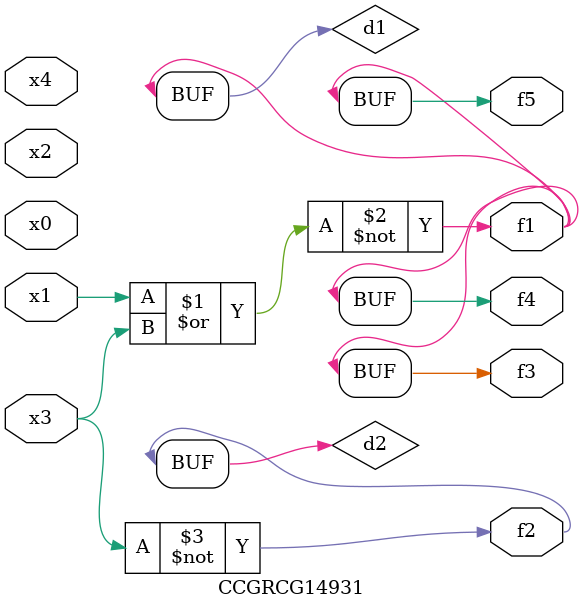
<source format=v>
module CCGRCG14931(
	input x0, x1, x2, x3, x4,
	output f1, f2, f3, f4, f5
);

	wire d1, d2;

	nor (d1, x1, x3);
	not (d2, x3);
	assign f1 = d1;
	assign f2 = d2;
	assign f3 = d1;
	assign f4 = d1;
	assign f5 = d1;
endmodule

</source>
